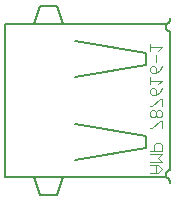
<source format=gbo>
G75*
%MOIN*%
%OFA0B0*%
%FSLAX25Y25*%
%IPPOS*%
%LPD*%
%AMOC8*
5,1,8,0,0,1.08239X$1,22.5*
%
%ADD10C,0.00800*%
%ADD11C,0.00300*%
D10*
X0284776Y0179484D02*
X0284776Y0230666D01*
X0294224Y0230666D01*
X0296193Y0236571D01*
X0302098Y0236571D01*
X0304067Y0230666D01*
X0338319Y0230666D01*
X0338319Y0230665D01*
X0338319Y0229484D01*
X0338321Y0229418D01*
X0338326Y0229352D01*
X0338336Y0229286D01*
X0338349Y0229221D01*
X0338365Y0229157D01*
X0338385Y0229094D01*
X0338409Y0229032D01*
X0338436Y0228972D01*
X0338466Y0228913D01*
X0338500Y0228856D01*
X0338537Y0228801D01*
X0338577Y0228748D01*
X0338619Y0228697D01*
X0338665Y0228649D01*
X0338713Y0228603D01*
X0338764Y0228561D01*
X0338817Y0228521D01*
X0338872Y0228484D01*
X0338929Y0228450D01*
X0338988Y0228420D01*
X0339048Y0228393D01*
X0339110Y0228369D01*
X0339173Y0228349D01*
X0339237Y0228333D01*
X0339302Y0228320D01*
X0339368Y0228310D01*
X0339434Y0228305D01*
X0339500Y0228303D01*
X0339500Y0181847D01*
X0339500Y0181846D02*
X0339431Y0181844D01*
X0339363Y0181838D01*
X0339295Y0181828D01*
X0339228Y0181814D01*
X0339161Y0181796D01*
X0339096Y0181775D01*
X0339032Y0181749D01*
X0338970Y0181720D01*
X0338910Y0181688D01*
X0338851Y0181652D01*
X0338795Y0181612D01*
X0338741Y0181570D01*
X0338690Y0181524D01*
X0338641Y0181476D01*
X0338595Y0181424D01*
X0338553Y0181370D01*
X0338513Y0181314D01*
X0338477Y0181256D01*
X0338445Y0181195D01*
X0338416Y0181133D01*
X0338390Y0181069D01*
X0338369Y0181004D01*
X0338351Y0180938D01*
X0338337Y0180870D01*
X0338327Y0180802D01*
X0338321Y0180734D01*
X0338319Y0180665D01*
X0338319Y0180666D02*
X0338319Y0179484D01*
X0304067Y0179484D01*
X0302098Y0173579D01*
X0296193Y0173579D01*
X0294224Y0179484D01*
X0284776Y0179484D01*
X0294224Y0179484D02*
X0304067Y0179484D01*
X0308004Y0185390D02*
X0331626Y0189327D01*
X0331626Y0193264D01*
X0308004Y0197201D01*
X0308004Y0212949D02*
X0331626Y0216886D01*
X0331626Y0220823D01*
X0308004Y0224760D01*
X0304067Y0230666D02*
X0294224Y0230666D01*
X0338319Y0230665D02*
X0338385Y0230667D01*
X0338451Y0230672D01*
X0338517Y0230682D01*
X0338582Y0230695D01*
X0338646Y0230711D01*
X0338709Y0230731D01*
X0338771Y0230755D01*
X0338831Y0230782D01*
X0338890Y0230812D01*
X0338947Y0230846D01*
X0339002Y0230883D01*
X0339055Y0230923D01*
X0339106Y0230965D01*
X0339154Y0231011D01*
X0339200Y0231059D01*
X0339242Y0231110D01*
X0339282Y0231163D01*
X0339319Y0231218D01*
X0339353Y0231275D01*
X0339383Y0231334D01*
X0339410Y0231394D01*
X0339434Y0231456D01*
X0339454Y0231519D01*
X0339470Y0231583D01*
X0339483Y0231648D01*
X0339493Y0231714D01*
X0339498Y0231780D01*
X0339500Y0231846D01*
X0339500Y0231847D02*
X0339500Y0232634D01*
X0339500Y0178303D02*
X0339500Y0177516D01*
X0339500Y0178303D02*
X0339498Y0178369D01*
X0339493Y0178435D01*
X0339483Y0178501D01*
X0339470Y0178566D01*
X0339454Y0178630D01*
X0339434Y0178693D01*
X0339410Y0178755D01*
X0339383Y0178815D01*
X0339353Y0178874D01*
X0339319Y0178931D01*
X0339282Y0178986D01*
X0339242Y0179039D01*
X0339200Y0179090D01*
X0339154Y0179138D01*
X0339106Y0179184D01*
X0339055Y0179226D01*
X0339002Y0179266D01*
X0338947Y0179303D01*
X0338890Y0179337D01*
X0338831Y0179367D01*
X0338771Y0179394D01*
X0338709Y0179418D01*
X0338646Y0179438D01*
X0338582Y0179454D01*
X0338517Y0179467D01*
X0338451Y0179477D01*
X0338385Y0179482D01*
X0338319Y0179484D01*
D11*
X0335619Y0181027D02*
X0336853Y0182262D01*
X0335619Y0183496D01*
X0333150Y0183496D01*
X0333150Y0184710D02*
X0336853Y0184710D01*
X0335619Y0185945D01*
X0336853Y0187179D01*
X0333150Y0187179D01*
X0333150Y0188394D02*
X0336853Y0188394D01*
X0336853Y0190245D01*
X0336236Y0190862D01*
X0335002Y0190862D01*
X0334384Y0190245D01*
X0334384Y0188394D01*
X0335002Y0183496D02*
X0335002Y0181027D01*
X0335619Y0181027D02*
X0333150Y0181027D01*
X0333150Y0195760D02*
X0333767Y0195760D01*
X0336236Y0198229D01*
X0336853Y0198229D01*
X0336853Y0195760D01*
X0336236Y0199443D02*
X0335619Y0199443D01*
X0335002Y0200060D01*
X0335002Y0201295D01*
X0334384Y0201912D01*
X0333767Y0201912D01*
X0333150Y0201295D01*
X0333150Y0200060D01*
X0333767Y0199443D01*
X0334384Y0199443D01*
X0335002Y0200060D01*
X0335002Y0201295D02*
X0335619Y0201912D01*
X0336236Y0201912D01*
X0336853Y0201295D01*
X0336853Y0200060D01*
X0336236Y0199443D01*
X0336853Y0203126D02*
X0336853Y0205595D01*
X0336236Y0205595D01*
X0333767Y0203126D01*
X0333150Y0203126D01*
X0333767Y0206809D02*
X0333150Y0207426D01*
X0333150Y0208661D01*
X0333767Y0209278D01*
X0334384Y0209278D01*
X0335002Y0208661D01*
X0335002Y0206809D01*
X0333767Y0206809D01*
X0335002Y0206809D02*
X0336236Y0208044D01*
X0336853Y0209278D01*
X0335619Y0210492D02*
X0336853Y0211727D01*
X0333150Y0211727D01*
X0333150Y0212961D02*
X0333150Y0210492D01*
X0333767Y0214176D02*
X0333150Y0214793D01*
X0333150Y0216027D01*
X0333767Y0216644D01*
X0334384Y0216644D01*
X0335002Y0216027D01*
X0335002Y0214176D01*
X0333767Y0214176D01*
X0335002Y0214176D02*
X0336236Y0215410D01*
X0336853Y0216644D01*
X0335002Y0217859D02*
X0335002Y0220327D01*
X0335619Y0221542D02*
X0336853Y0222776D01*
X0333150Y0222776D01*
X0333150Y0221542D02*
X0333150Y0224011D01*
M02*

</source>
